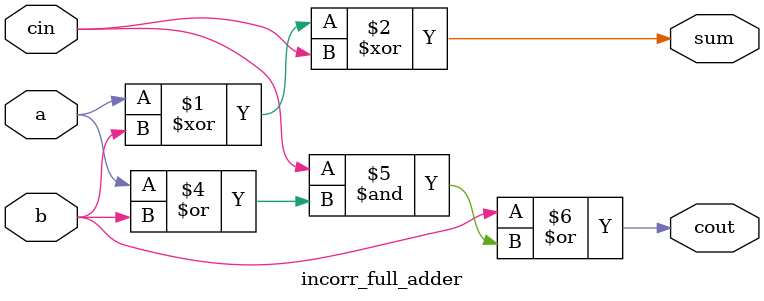
<source format=v>
module incorr_full_adder(a,b,cin,sum,cout);
input a,b,cin;
output sum,cout;
assign sum = a^b^cin;
assign cout = 1'b1&b|cin&(a|b); 
// initial begin
//     $display("The incorrect adder with and0 having in1/1");
// end   
endmodule
</source>
